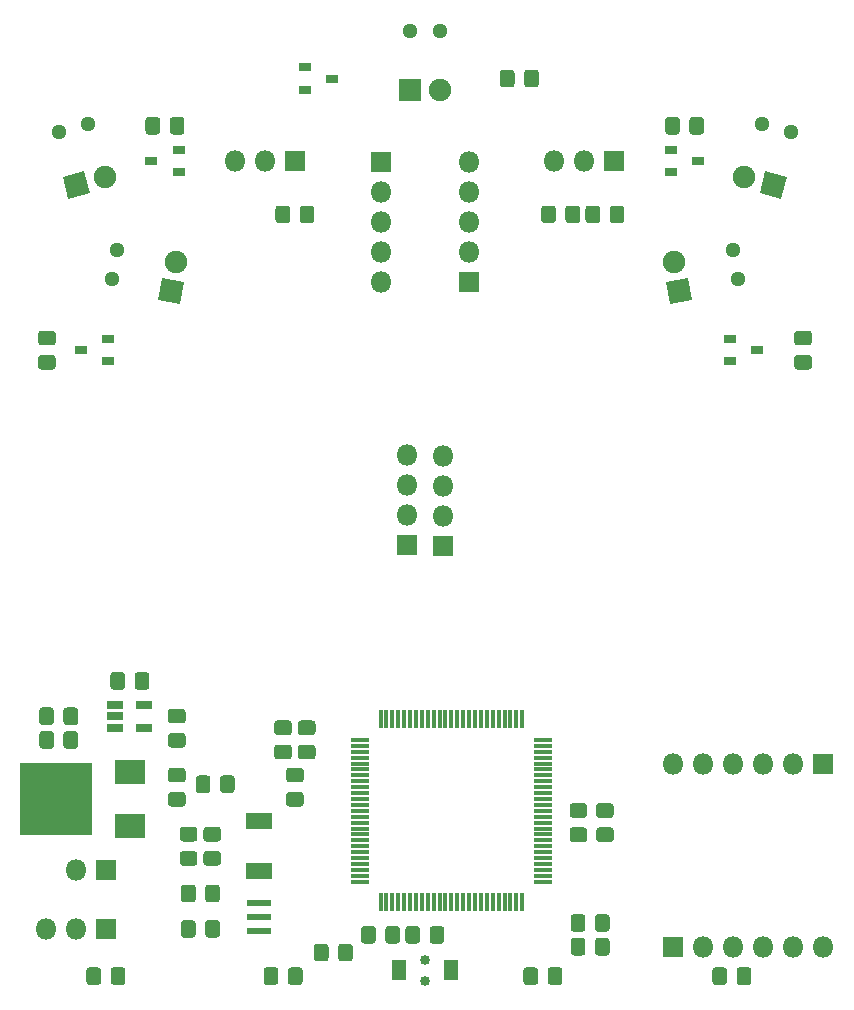
<source format=gbr>
%TF.GenerationSoftware,KiCad,Pcbnew,(5.1.6)-1*%
%TF.CreationDate,2023-05-06T22:04:27+09:00*%
%TF.ProjectId,RX621,52583632-312e-46b6-9963-61645f706362,rev?*%
%TF.SameCoordinates,Original*%
%TF.FileFunction,Soldermask,Top*%
%TF.FilePolarity,Negative*%
%FSLAX46Y46*%
G04 Gerber Fmt 4.6, Leading zero omitted, Abs format (unit mm)*
G04 Created by KiCad (PCBNEW (5.1.6)-1) date 2023-05-06 22:04:27*
%MOMM*%
%LPD*%
G01*
G04 APERTURE LIST*
%ADD10O,1.800000X1.800000*%
%ADD11R,1.800000X1.800000*%
%ADD12R,1.575000X0.400000*%
%ADD13R,0.400000X1.575000*%
%ADD14R,2.600000X2.100000*%
%ADD15R,6.100000X6.100000*%
%ADD16R,1.450000X0.700000*%
%ADD17C,0.100000*%
%ADD18C,1.900000*%
%ADD19R,1.900000X1.900000*%
%ADD20C,1.292000*%
%ADD21C,0.850000*%
%ADD22R,1.150000X1.700000*%
%ADD23R,1.100000X0.700000*%
%ADD24R,2.300000X1.400000*%
%ADD25R,2.000000X0.500000*%
G04 APERTURE END LIST*
D10*
%TO.C,BAT1*%
X176460000Y-148000000D03*
D11*
X179000000Y-148000000D03*
%TD*%
%TO.C,C1*%
G36*
G01*
X198650000Y-155478262D02*
X198650000Y-154521738D01*
G75*
G02*
X198921738Y-154250000I271738J0D01*
G01*
X199628262Y-154250000D01*
G75*
G02*
X199900000Y-154521738I0J-271738D01*
G01*
X199900000Y-155478262D01*
G75*
G02*
X199628262Y-155750000I-271738J0D01*
G01*
X198921738Y-155750000D01*
G75*
G02*
X198650000Y-155478262I0J271738D01*
G01*
G37*
G36*
G01*
X196600000Y-155478262D02*
X196600000Y-154521738D01*
G75*
G02*
X196871738Y-154250000I271738J0D01*
G01*
X197578262Y-154250000D01*
G75*
G02*
X197850000Y-154521738I0J-271738D01*
G01*
X197850000Y-155478262D01*
G75*
G02*
X197578262Y-155750000I-271738J0D01*
G01*
X196871738Y-155750000D01*
G75*
G02*
X196600000Y-155478262I0J271738D01*
G01*
G37*
%TD*%
%TO.C,C2*%
G36*
G01*
X201850000Y-153021738D02*
X201850000Y-153978262D01*
G75*
G02*
X201578262Y-154250000I-271738J0D01*
G01*
X200871738Y-154250000D01*
G75*
G02*
X200600000Y-153978262I0J271738D01*
G01*
X200600000Y-153021738D01*
G75*
G02*
X200871738Y-152750000I271738J0D01*
G01*
X201578262Y-152750000D01*
G75*
G02*
X201850000Y-153021738I0J-271738D01*
G01*
G37*
G36*
G01*
X203900000Y-153021738D02*
X203900000Y-153978262D01*
G75*
G02*
X203628262Y-154250000I-271738J0D01*
G01*
X202921738Y-154250000D01*
G75*
G02*
X202650000Y-153978262I0J271738D01*
G01*
X202650000Y-153021738D01*
G75*
G02*
X202921738Y-152750000I271738J0D01*
G01*
X203628262Y-152750000D01*
G75*
G02*
X203900000Y-153021738I0J-271738D01*
G01*
G37*
%TD*%
%TO.C,C3*%
G36*
G01*
X193521738Y-135350000D02*
X194478262Y-135350000D01*
G75*
G02*
X194750000Y-135621738I0J-271738D01*
G01*
X194750000Y-136328262D01*
G75*
G02*
X194478262Y-136600000I-271738J0D01*
G01*
X193521738Y-136600000D01*
G75*
G02*
X193250000Y-136328262I0J271738D01*
G01*
X193250000Y-135621738D01*
G75*
G02*
X193521738Y-135350000I271738J0D01*
G01*
G37*
G36*
G01*
X193521738Y-137400000D02*
X194478262Y-137400000D01*
G75*
G02*
X194750000Y-137671738I0J-271738D01*
G01*
X194750000Y-138378262D01*
G75*
G02*
X194478262Y-138650000I-271738J0D01*
G01*
X193521738Y-138650000D01*
G75*
G02*
X193250000Y-138378262I0J271738D01*
G01*
X193250000Y-137671738D01*
G75*
G02*
X193521738Y-137400000I271738J0D01*
G01*
G37*
%TD*%
%TO.C,C4*%
G36*
G01*
X179375000Y-132478262D02*
X179375000Y-131521738D01*
G75*
G02*
X179646738Y-131250000I271738J0D01*
G01*
X180353262Y-131250000D01*
G75*
G02*
X180625000Y-131521738I0J-271738D01*
G01*
X180625000Y-132478262D01*
G75*
G02*
X180353262Y-132750000I-271738J0D01*
G01*
X179646738Y-132750000D01*
G75*
G02*
X179375000Y-132478262I0J271738D01*
G01*
G37*
G36*
G01*
X181425000Y-132478262D02*
X181425000Y-131521738D01*
G75*
G02*
X181696738Y-131250000I271738J0D01*
G01*
X182403262Y-131250000D01*
G75*
G02*
X182675000Y-131521738I0J-271738D01*
G01*
X182675000Y-132478262D01*
G75*
G02*
X182403262Y-132750000I-271738J0D01*
G01*
X181696738Y-132750000D01*
G75*
G02*
X181425000Y-132478262I0J271738D01*
G01*
G37*
%TD*%
%TO.C,C5*%
G36*
G01*
X185478262Y-135600000D02*
X184521738Y-135600000D01*
G75*
G02*
X184250000Y-135328262I0J271738D01*
G01*
X184250000Y-134621738D01*
G75*
G02*
X184521738Y-134350000I271738J0D01*
G01*
X185478262Y-134350000D01*
G75*
G02*
X185750000Y-134621738I0J-271738D01*
G01*
X185750000Y-135328262D01*
G75*
G02*
X185478262Y-135600000I-271738J0D01*
G01*
G37*
G36*
G01*
X185478262Y-137650000D02*
X184521738Y-137650000D01*
G75*
G02*
X184250000Y-137378262I0J271738D01*
G01*
X184250000Y-136671738D01*
G75*
G02*
X184521738Y-136400000I271738J0D01*
G01*
X185478262Y-136400000D01*
G75*
G02*
X185750000Y-136671738I0J-271738D01*
G01*
X185750000Y-137378262D01*
G75*
G02*
X185478262Y-137650000I-271738J0D01*
G01*
G37*
%TD*%
%TO.C,C6*%
G36*
G01*
X218521738Y-142350000D02*
X219478262Y-142350000D01*
G75*
G02*
X219750000Y-142621738I0J-271738D01*
G01*
X219750000Y-143328262D01*
G75*
G02*
X219478262Y-143600000I-271738J0D01*
G01*
X218521738Y-143600000D01*
G75*
G02*
X218250000Y-143328262I0J271738D01*
G01*
X218250000Y-142621738D01*
G75*
G02*
X218521738Y-142350000I271738J0D01*
G01*
G37*
G36*
G01*
X218521738Y-144400000D02*
X219478262Y-144400000D01*
G75*
G02*
X219750000Y-144671738I0J-271738D01*
G01*
X219750000Y-145378262D01*
G75*
G02*
X219478262Y-145650000I-271738J0D01*
G01*
X218521738Y-145650000D01*
G75*
G02*
X218250000Y-145378262I0J271738D01*
G01*
X218250000Y-144671738D01*
G75*
G02*
X218521738Y-144400000I271738J0D01*
G01*
G37*
%TD*%
%TO.C,C7*%
G36*
G01*
X186600000Y-141228262D02*
X186600000Y-140271738D01*
G75*
G02*
X186871738Y-140000000I271738J0D01*
G01*
X187578262Y-140000000D01*
G75*
G02*
X187850000Y-140271738I0J-271738D01*
G01*
X187850000Y-141228262D01*
G75*
G02*
X187578262Y-141500000I-271738J0D01*
G01*
X186871738Y-141500000D01*
G75*
G02*
X186600000Y-141228262I0J271738D01*
G01*
G37*
G36*
G01*
X188650000Y-141228262D02*
X188650000Y-140271738D01*
G75*
G02*
X188921738Y-140000000I271738J0D01*
G01*
X189628262Y-140000000D01*
G75*
G02*
X189900000Y-140271738I0J-271738D01*
G01*
X189900000Y-141228262D01*
G75*
G02*
X189628262Y-141500000I-271738J0D01*
G01*
X188921738Y-141500000D01*
G75*
G02*
X188650000Y-141228262I0J271738D01*
G01*
G37*
%TD*%
%TO.C,C8*%
G36*
G01*
X220771738Y-144400000D02*
X221728262Y-144400000D01*
G75*
G02*
X222000000Y-144671738I0J-271738D01*
G01*
X222000000Y-145378262D01*
G75*
G02*
X221728262Y-145650000I-271738J0D01*
G01*
X220771738Y-145650000D01*
G75*
G02*
X220500000Y-145378262I0J271738D01*
G01*
X220500000Y-144671738D01*
G75*
G02*
X220771738Y-144400000I271738J0D01*
G01*
G37*
G36*
G01*
X220771738Y-142350000D02*
X221728262Y-142350000D01*
G75*
G02*
X222000000Y-142621738I0J-271738D01*
G01*
X222000000Y-143328262D01*
G75*
G02*
X221728262Y-143600000I-271738J0D01*
G01*
X220771738Y-143600000D01*
G75*
G02*
X220500000Y-143328262I0J271738D01*
G01*
X220500000Y-142621738D01*
G75*
G02*
X220771738Y-142350000I271738J0D01*
G01*
G37*
%TD*%
%TO.C,C9*%
G36*
G01*
X185521738Y-146400000D02*
X186478262Y-146400000D01*
G75*
G02*
X186750000Y-146671738I0J-271738D01*
G01*
X186750000Y-147378262D01*
G75*
G02*
X186478262Y-147650000I-271738J0D01*
G01*
X185521738Y-147650000D01*
G75*
G02*
X185250000Y-147378262I0J271738D01*
G01*
X185250000Y-146671738D01*
G75*
G02*
X185521738Y-146400000I271738J0D01*
G01*
G37*
G36*
G01*
X185521738Y-144350000D02*
X186478262Y-144350000D01*
G75*
G02*
X186750000Y-144621738I0J-271738D01*
G01*
X186750000Y-145328262D01*
G75*
G02*
X186478262Y-145600000I-271738J0D01*
G01*
X185521738Y-145600000D01*
G75*
G02*
X185250000Y-145328262I0J271738D01*
G01*
X185250000Y-144621738D01*
G75*
G02*
X185521738Y-144350000I271738J0D01*
G01*
G37*
%TD*%
%TO.C,C10*%
G36*
G01*
X187521738Y-144350000D02*
X188478262Y-144350000D01*
G75*
G02*
X188750000Y-144621738I0J-271738D01*
G01*
X188750000Y-145328262D01*
G75*
G02*
X188478262Y-145600000I-271738J0D01*
G01*
X187521738Y-145600000D01*
G75*
G02*
X187250000Y-145328262I0J271738D01*
G01*
X187250000Y-144621738D01*
G75*
G02*
X187521738Y-144350000I271738J0D01*
G01*
G37*
G36*
G01*
X187521738Y-146400000D02*
X188478262Y-146400000D01*
G75*
G02*
X188750000Y-146671738I0J-271738D01*
G01*
X188750000Y-147378262D01*
G75*
G02*
X188478262Y-147650000I-271738J0D01*
G01*
X187521738Y-147650000D01*
G75*
G02*
X187250000Y-147378262I0J271738D01*
G01*
X187250000Y-146671738D01*
G75*
G02*
X187521738Y-146400000I271738J0D01*
G01*
G37*
%TD*%
%TO.C,C11*%
G36*
G01*
X184521738Y-139350000D02*
X185478262Y-139350000D01*
G75*
G02*
X185750000Y-139621738I0J-271738D01*
G01*
X185750000Y-140328262D01*
G75*
G02*
X185478262Y-140600000I-271738J0D01*
G01*
X184521738Y-140600000D01*
G75*
G02*
X184250000Y-140328262I0J271738D01*
G01*
X184250000Y-139621738D01*
G75*
G02*
X184521738Y-139350000I271738J0D01*
G01*
G37*
G36*
G01*
X184521738Y-141400000D02*
X185478262Y-141400000D01*
G75*
G02*
X185750000Y-141671738I0J-271738D01*
G01*
X185750000Y-142378262D01*
G75*
G02*
X185478262Y-142650000I-271738J0D01*
G01*
X184521738Y-142650000D01*
G75*
G02*
X184250000Y-142378262I0J271738D01*
G01*
X184250000Y-141671738D01*
G75*
G02*
X184521738Y-141400000I271738J0D01*
G01*
G37*
%TD*%
%TO.C,C12*%
G36*
G01*
X175400000Y-137478262D02*
X175400000Y-136521738D01*
G75*
G02*
X175671738Y-136250000I271738J0D01*
G01*
X176378262Y-136250000D01*
G75*
G02*
X176650000Y-136521738I0J-271738D01*
G01*
X176650000Y-137478262D01*
G75*
G02*
X176378262Y-137750000I-271738J0D01*
G01*
X175671738Y-137750000D01*
G75*
G02*
X175400000Y-137478262I0J271738D01*
G01*
G37*
G36*
G01*
X173350000Y-137478262D02*
X173350000Y-136521738D01*
G75*
G02*
X173621738Y-136250000I271738J0D01*
G01*
X174328262Y-136250000D01*
G75*
G02*
X174600000Y-136521738I0J-271738D01*
G01*
X174600000Y-137478262D01*
G75*
G02*
X174328262Y-137750000I-271738J0D01*
G01*
X173621738Y-137750000D01*
G75*
G02*
X173350000Y-137478262I0J271738D01*
G01*
G37*
%TD*%
%TO.C,C13*%
G36*
G01*
X173350000Y-135478262D02*
X173350000Y-134521738D01*
G75*
G02*
X173621738Y-134250000I271738J0D01*
G01*
X174328262Y-134250000D01*
G75*
G02*
X174600000Y-134521738I0J-271738D01*
G01*
X174600000Y-135478262D01*
G75*
G02*
X174328262Y-135750000I-271738J0D01*
G01*
X173621738Y-135750000D01*
G75*
G02*
X173350000Y-135478262I0J271738D01*
G01*
G37*
G36*
G01*
X175400000Y-135478262D02*
X175400000Y-134521738D01*
G75*
G02*
X175671738Y-134250000I271738J0D01*
G01*
X176378262Y-134250000D01*
G75*
G02*
X176650000Y-134521738I0J-271738D01*
G01*
X176650000Y-135478262D01*
G75*
G02*
X176378262Y-135750000I-271738J0D01*
G01*
X175671738Y-135750000D01*
G75*
G02*
X175400000Y-135478262I0J271738D01*
G01*
G37*
%TD*%
%TO.C,CN1*%
X222000000Y-88000000D03*
D10*
X219460000Y-88000000D03*
X216920000Y-88000000D03*
%TD*%
%TO.C,ENC_L1*%
X204500000Y-112880000D03*
X204500000Y-115420000D03*
X204500000Y-117960000D03*
D11*
X204500000Y-120500000D03*
%TD*%
%TO.C,ENC_R1*%
X207500000Y-120540000D03*
D10*
X207500000Y-118000000D03*
X207500000Y-115460000D03*
X207500000Y-112920000D03*
%TD*%
%TO.C,G1*%
X202250000Y-98260000D03*
X202250000Y-95720000D03*
X202250000Y-93180000D03*
X202250000Y-90640000D03*
D11*
X202250000Y-88100000D03*
%TD*%
%TO.C,G2*%
X209750000Y-98250000D03*
D10*
X209750000Y-95710000D03*
X209750000Y-93170000D03*
X209750000Y-90630000D03*
X209750000Y-88090000D03*
%TD*%
D12*
%TO.C,IC1*%
X200512000Y-137000000D03*
X200512000Y-137500000D03*
X200512000Y-138000000D03*
X200512000Y-138500000D03*
X200512000Y-139000000D03*
X200512000Y-139500000D03*
X200512000Y-140000000D03*
X200512000Y-140500000D03*
X200512000Y-141000000D03*
X200512000Y-141500000D03*
X200512000Y-142000000D03*
X200512000Y-142500000D03*
X200512000Y-143000000D03*
X200512000Y-143500000D03*
X200512000Y-144000000D03*
X200512000Y-144500000D03*
X200512000Y-145000000D03*
X200512000Y-145500000D03*
X200512000Y-146000000D03*
X200512000Y-146500000D03*
X200512000Y-147000000D03*
X200512000Y-147500000D03*
X200512000Y-148000000D03*
X200512000Y-148500000D03*
X200512000Y-149000000D03*
D13*
X202250000Y-150738000D03*
X202750000Y-150738000D03*
X203250000Y-150738000D03*
X203750000Y-150738000D03*
X204250000Y-150738000D03*
X204750000Y-150738000D03*
X205250000Y-150738000D03*
X205750000Y-150738000D03*
X206250000Y-150738000D03*
X206750000Y-150738000D03*
X207250000Y-150738000D03*
X207750000Y-150738000D03*
X208250000Y-150738000D03*
X208750000Y-150738000D03*
X209250000Y-150738000D03*
X209750000Y-150738000D03*
X210250000Y-150738000D03*
X210750000Y-150738000D03*
X211250000Y-150738000D03*
X211750000Y-150738000D03*
X212250000Y-150738000D03*
X212750000Y-150738000D03*
X213250000Y-150738000D03*
X213750000Y-150738000D03*
X214250000Y-150738000D03*
D12*
X215988000Y-149000000D03*
X215988000Y-148500000D03*
X215988000Y-148000000D03*
X215988000Y-147500000D03*
X215988000Y-147000000D03*
X215988000Y-146500000D03*
X215988000Y-146000000D03*
X215988000Y-145500000D03*
X215988000Y-145000000D03*
X215988000Y-144500000D03*
X215988000Y-144000000D03*
X215988000Y-143500000D03*
X215988000Y-143000000D03*
X215988000Y-142500000D03*
X215988000Y-142000000D03*
X215988000Y-141500000D03*
X215988000Y-141000000D03*
X215988000Y-140500000D03*
X215988000Y-140000000D03*
X215988000Y-139500000D03*
X215988000Y-139000000D03*
X215988000Y-138500000D03*
X215988000Y-138000000D03*
X215988000Y-137500000D03*
X215988000Y-137000000D03*
D13*
X214250000Y-135262000D03*
X213750000Y-135262000D03*
X213250000Y-135262000D03*
X212750000Y-135262000D03*
X212250000Y-135262000D03*
X211750000Y-135262000D03*
X211250000Y-135262000D03*
X210750000Y-135262000D03*
X210250000Y-135262000D03*
X209750000Y-135262000D03*
X209250000Y-135262000D03*
X208750000Y-135262000D03*
X208250000Y-135262000D03*
X207750000Y-135262000D03*
X207250000Y-135262000D03*
X206750000Y-135262000D03*
X206250000Y-135262000D03*
X205750000Y-135262000D03*
X205250000Y-135262000D03*
X204750000Y-135262000D03*
X204250000Y-135262000D03*
X203750000Y-135262000D03*
X203250000Y-135262000D03*
X202750000Y-135262000D03*
X202250000Y-135262000D03*
%TD*%
D14*
%TO.C,IC2*%
X181055000Y-144300000D03*
D15*
X174805000Y-142000000D03*
D14*
X181055000Y-139700000D03*
%TD*%
D16*
%TO.C,IC3*%
X179800000Y-134050000D03*
X179800000Y-135000000D03*
X179800000Y-135950000D03*
X182200000Y-135950000D03*
X182200000Y-134050000D03*
%TD*%
D17*
%TO.C,IR0*%
G36*
X185270602Y-100100533D02*
G01*
X183399467Y-99770602D01*
X183729398Y-97899467D01*
X185600533Y-98229398D01*
X185270602Y-100100533D01*
G37*
D18*
X184941066Y-96498588D03*
%TD*%
D17*
%TO.C,IR1*%
G36*
X175828249Y-91163508D02*
G01*
X175336492Y-89328249D01*
X177171751Y-88836492D01*
X177663508Y-90671751D01*
X175828249Y-91163508D01*
G37*
D18*
X178953452Y-89342600D03*
%TD*%
%TO.C,IR2*%
X207290000Y-82000000D03*
D19*
X204750000Y-82000000D03*
%TD*%
D17*
%TO.C,IR3*%
G36*
X236663508Y-89328249D02*
G01*
X236171751Y-91163508D01*
X234336492Y-90671751D01*
X234828249Y-88836492D01*
X236663508Y-89328249D01*
G37*
D18*
X233046548Y-89342600D03*
%TD*%
%TO.C,IR4*%
X227058934Y-96498588D03*
D17*
G36*
X228600533Y-99770602D02*
G01*
X226729398Y-100100533D01*
X226399467Y-98229398D01*
X228270602Y-97899467D01*
X228600533Y-99770602D01*
G37*
%TD*%
%TO.C,L1*%
G36*
G01*
X230350000Y-157478262D02*
X230350000Y-156521738D01*
G75*
G02*
X230621738Y-156250000I271738J0D01*
G01*
X231328262Y-156250000D01*
G75*
G02*
X231600000Y-156521738I0J-271738D01*
G01*
X231600000Y-157478262D01*
G75*
G02*
X231328262Y-157750000I-271738J0D01*
G01*
X230621738Y-157750000D01*
G75*
G02*
X230350000Y-157478262I0J271738D01*
G01*
G37*
G36*
G01*
X232400000Y-157478262D02*
X232400000Y-156521738D01*
G75*
G02*
X232671738Y-156250000I271738J0D01*
G01*
X233378262Y-156250000D01*
G75*
G02*
X233650000Y-156521738I0J-271738D01*
G01*
X233650000Y-157478262D01*
G75*
G02*
X233378262Y-157750000I-271738J0D01*
G01*
X232671738Y-157750000D01*
G75*
G02*
X232400000Y-157478262I0J271738D01*
G01*
G37*
%TD*%
%TO.C,L2*%
G36*
G01*
X216400000Y-157478262D02*
X216400000Y-156521738D01*
G75*
G02*
X216671738Y-156250000I271738J0D01*
G01*
X217378262Y-156250000D01*
G75*
G02*
X217650000Y-156521738I0J-271738D01*
G01*
X217650000Y-157478262D01*
G75*
G02*
X217378262Y-157750000I-271738J0D01*
G01*
X216671738Y-157750000D01*
G75*
G02*
X216400000Y-157478262I0J271738D01*
G01*
G37*
G36*
G01*
X214350000Y-157478262D02*
X214350000Y-156521738D01*
G75*
G02*
X214621738Y-156250000I271738J0D01*
G01*
X215328262Y-156250000D01*
G75*
G02*
X215600000Y-156521738I0J-271738D01*
G01*
X215600000Y-157478262D01*
G75*
G02*
X215328262Y-157750000I-271738J0D01*
G01*
X214621738Y-157750000D01*
G75*
G02*
X214350000Y-157478262I0J271738D01*
G01*
G37*
%TD*%
%TO.C,L3*%
G36*
G01*
X192350000Y-157478262D02*
X192350000Y-156521738D01*
G75*
G02*
X192621738Y-156250000I271738J0D01*
G01*
X193328262Y-156250000D01*
G75*
G02*
X193600000Y-156521738I0J-271738D01*
G01*
X193600000Y-157478262D01*
G75*
G02*
X193328262Y-157750000I-271738J0D01*
G01*
X192621738Y-157750000D01*
G75*
G02*
X192350000Y-157478262I0J271738D01*
G01*
G37*
G36*
G01*
X194400000Y-157478262D02*
X194400000Y-156521738D01*
G75*
G02*
X194671738Y-156250000I271738J0D01*
G01*
X195378262Y-156250000D01*
G75*
G02*
X195650000Y-156521738I0J-271738D01*
G01*
X195650000Y-157478262D01*
G75*
G02*
X195378262Y-157750000I-271738J0D01*
G01*
X194671738Y-157750000D01*
G75*
G02*
X194400000Y-157478262I0J271738D01*
G01*
G37*
%TD*%
%TO.C,L4*%
G36*
G01*
X179400000Y-157478262D02*
X179400000Y-156521738D01*
G75*
G02*
X179671738Y-156250000I271738J0D01*
G01*
X180378262Y-156250000D01*
G75*
G02*
X180650000Y-156521738I0J-271738D01*
G01*
X180650000Y-157478262D01*
G75*
G02*
X180378262Y-157750000I-271738J0D01*
G01*
X179671738Y-157750000D01*
G75*
G02*
X179400000Y-157478262I0J271738D01*
G01*
G37*
G36*
G01*
X177350000Y-157478262D02*
X177350000Y-156521738D01*
G75*
G02*
X177621738Y-156250000I271738J0D01*
G01*
X178328262Y-156250000D01*
G75*
G02*
X178600000Y-156521738I0J-271738D01*
G01*
X178600000Y-157478262D01*
G75*
G02*
X178328262Y-157750000I-271738J0D01*
G01*
X177621738Y-157750000D01*
G75*
G02*
X177350000Y-157478262I0J271738D01*
G01*
G37*
%TD*%
D10*
%TO.C,MD1*%
X227050000Y-139000000D03*
X229590000Y-139000000D03*
X232130000Y-139000000D03*
X234670000Y-139000000D03*
X237210000Y-139000000D03*
D11*
X239750000Y-139000000D03*
%TD*%
%TO.C,MD2*%
X227000000Y-154500000D03*
D10*
X229540000Y-154500000D03*
X232080000Y-154500000D03*
X234620000Y-154500000D03*
X237160000Y-154500000D03*
X239700000Y-154500000D03*
%TD*%
%TO.C,R1*%
G36*
G01*
X221650000Y-92978262D02*
X221650000Y-92021738D01*
G75*
G02*
X221921738Y-91750000I271738J0D01*
G01*
X222628262Y-91750000D01*
G75*
G02*
X222900000Y-92021738I0J-271738D01*
G01*
X222900000Y-92978262D01*
G75*
G02*
X222628262Y-93250000I-271738J0D01*
G01*
X221921738Y-93250000D01*
G75*
G02*
X221650000Y-92978262I0J271738D01*
G01*
G37*
G36*
G01*
X219600000Y-92978262D02*
X219600000Y-92021738D01*
G75*
G02*
X219871738Y-91750000I271738J0D01*
G01*
X220578262Y-91750000D01*
G75*
G02*
X220850000Y-92021738I0J-271738D01*
G01*
X220850000Y-92978262D01*
G75*
G02*
X220578262Y-93250000I-271738J0D01*
G01*
X219871738Y-93250000D01*
G75*
G02*
X219600000Y-92978262I0J271738D01*
G01*
G37*
%TD*%
%TO.C,R2*%
G36*
G01*
X217100000Y-92021738D02*
X217100000Y-92978262D01*
G75*
G02*
X216828262Y-93250000I-271738J0D01*
G01*
X216121738Y-93250000D01*
G75*
G02*
X215850000Y-92978262I0J271738D01*
G01*
X215850000Y-92021738D01*
G75*
G02*
X216121738Y-91750000I271738J0D01*
G01*
X216828262Y-91750000D01*
G75*
G02*
X217100000Y-92021738I0J-271738D01*
G01*
G37*
G36*
G01*
X219150000Y-92021738D02*
X219150000Y-92978262D01*
G75*
G02*
X218878262Y-93250000I-271738J0D01*
G01*
X218171738Y-93250000D01*
G75*
G02*
X217900000Y-92978262I0J271738D01*
G01*
X217900000Y-92021738D01*
G75*
G02*
X218171738Y-91750000I271738J0D01*
G01*
X218878262Y-91750000D01*
G75*
G02*
X219150000Y-92021738I0J-271738D01*
G01*
G37*
%TD*%
%TO.C,R3*%
G36*
G01*
X196478262Y-138650000D02*
X195521738Y-138650000D01*
G75*
G02*
X195250000Y-138378262I0J271738D01*
G01*
X195250000Y-137671738D01*
G75*
G02*
X195521738Y-137400000I271738J0D01*
G01*
X196478262Y-137400000D01*
G75*
G02*
X196750000Y-137671738I0J-271738D01*
G01*
X196750000Y-138378262D01*
G75*
G02*
X196478262Y-138650000I-271738J0D01*
G01*
G37*
G36*
G01*
X196478262Y-136600000D02*
X195521738Y-136600000D01*
G75*
G02*
X195250000Y-136328262I0J271738D01*
G01*
X195250000Y-135621738D01*
G75*
G02*
X195521738Y-135350000I271738J0D01*
G01*
X196478262Y-135350000D01*
G75*
G02*
X196750000Y-135621738I0J-271738D01*
G01*
X196750000Y-136328262D01*
G75*
G02*
X196478262Y-136600000I-271738J0D01*
G01*
G37*
%TD*%
%TO.C,R4*%
G36*
G01*
X194521738Y-139350000D02*
X195478262Y-139350000D01*
G75*
G02*
X195750000Y-139621738I0J-271738D01*
G01*
X195750000Y-140328262D01*
G75*
G02*
X195478262Y-140600000I-271738J0D01*
G01*
X194521738Y-140600000D01*
G75*
G02*
X194250000Y-140328262I0J271738D01*
G01*
X194250000Y-139621738D01*
G75*
G02*
X194521738Y-139350000I271738J0D01*
G01*
G37*
G36*
G01*
X194521738Y-141400000D02*
X195478262Y-141400000D01*
G75*
G02*
X195750000Y-141671738I0J-271738D01*
G01*
X195750000Y-142378262D01*
G75*
G02*
X195478262Y-142650000I-271738J0D01*
G01*
X194521738Y-142650000D01*
G75*
G02*
X194250000Y-142378262I0J271738D01*
G01*
X194250000Y-141671738D01*
G75*
G02*
X194521738Y-141400000I271738J0D01*
G01*
G37*
%TD*%
%TO.C,R5*%
G36*
G01*
X195400000Y-92978262D02*
X195400000Y-92021738D01*
G75*
G02*
X195671738Y-91750000I271738J0D01*
G01*
X196378262Y-91750000D01*
G75*
G02*
X196650000Y-92021738I0J-271738D01*
G01*
X196650000Y-92978262D01*
G75*
G02*
X196378262Y-93250000I-271738J0D01*
G01*
X195671738Y-93250000D01*
G75*
G02*
X195400000Y-92978262I0J271738D01*
G01*
G37*
G36*
G01*
X193350000Y-92978262D02*
X193350000Y-92021738D01*
G75*
G02*
X193621738Y-91750000I271738J0D01*
G01*
X194328262Y-91750000D01*
G75*
G02*
X194600000Y-92021738I0J-271738D01*
G01*
X194600000Y-92978262D01*
G75*
G02*
X194328262Y-93250000I-271738J0D01*
G01*
X193621738Y-93250000D01*
G75*
G02*
X193350000Y-92978262I0J271738D01*
G01*
G37*
%TD*%
%TO.C,R6*%
G36*
G01*
X204350000Y-153978262D02*
X204350000Y-153021738D01*
G75*
G02*
X204621738Y-152750000I271738J0D01*
G01*
X205328262Y-152750000D01*
G75*
G02*
X205600000Y-153021738I0J-271738D01*
G01*
X205600000Y-153978262D01*
G75*
G02*
X205328262Y-154250000I-271738J0D01*
G01*
X204621738Y-154250000D01*
G75*
G02*
X204350000Y-153978262I0J271738D01*
G01*
G37*
G36*
G01*
X206400000Y-153978262D02*
X206400000Y-153021738D01*
G75*
G02*
X206671738Y-152750000I271738J0D01*
G01*
X207378262Y-152750000D01*
G75*
G02*
X207650000Y-153021738I0J-271738D01*
G01*
X207650000Y-153978262D01*
G75*
G02*
X207378262Y-154250000I-271738J0D01*
G01*
X206671738Y-154250000D01*
G75*
G02*
X206400000Y-153978262I0J271738D01*
G01*
G37*
%TD*%
%TO.C,R7*%
G36*
G01*
X218350000Y-152978262D02*
X218350000Y-152021738D01*
G75*
G02*
X218621738Y-151750000I271738J0D01*
G01*
X219328262Y-151750000D01*
G75*
G02*
X219600000Y-152021738I0J-271738D01*
G01*
X219600000Y-152978262D01*
G75*
G02*
X219328262Y-153250000I-271738J0D01*
G01*
X218621738Y-153250000D01*
G75*
G02*
X218350000Y-152978262I0J271738D01*
G01*
G37*
G36*
G01*
X220400000Y-152978262D02*
X220400000Y-152021738D01*
G75*
G02*
X220671738Y-151750000I271738J0D01*
G01*
X221378262Y-151750000D01*
G75*
G02*
X221650000Y-152021738I0J-271738D01*
G01*
X221650000Y-152978262D01*
G75*
G02*
X221378262Y-153250000I-271738J0D01*
G01*
X220671738Y-153250000D01*
G75*
G02*
X220400000Y-152978262I0J271738D01*
G01*
G37*
%TD*%
%TO.C,R8*%
G36*
G01*
X220400000Y-154978262D02*
X220400000Y-154021738D01*
G75*
G02*
X220671738Y-153750000I271738J0D01*
G01*
X221378262Y-153750000D01*
G75*
G02*
X221650000Y-154021738I0J-271738D01*
G01*
X221650000Y-154978262D01*
G75*
G02*
X221378262Y-155250000I-271738J0D01*
G01*
X220671738Y-155250000D01*
G75*
G02*
X220400000Y-154978262I0J271738D01*
G01*
G37*
G36*
G01*
X218350000Y-154978262D02*
X218350000Y-154021738D01*
G75*
G02*
X218621738Y-153750000I271738J0D01*
G01*
X219328262Y-153750000D01*
G75*
G02*
X219600000Y-154021738I0J-271738D01*
G01*
X219600000Y-154978262D01*
G75*
G02*
X219328262Y-155250000I-271738J0D01*
G01*
X218621738Y-155250000D01*
G75*
G02*
X218350000Y-154978262I0J271738D01*
G01*
G37*
%TD*%
%TO.C,R9*%
G36*
G01*
X185350000Y-153478262D02*
X185350000Y-152521738D01*
G75*
G02*
X185621738Y-152250000I271738J0D01*
G01*
X186328262Y-152250000D01*
G75*
G02*
X186600000Y-152521738I0J-271738D01*
G01*
X186600000Y-153478262D01*
G75*
G02*
X186328262Y-153750000I-271738J0D01*
G01*
X185621738Y-153750000D01*
G75*
G02*
X185350000Y-153478262I0J271738D01*
G01*
G37*
G36*
G01*
X187400000Y-153478262D02*
X187400000Y-152521738D01*
G75*
G02*
X187671738Y-152250000I271738J0D01*
G01*
X188378262Y-152250000D01*
G75*
G02*
X188650000Y-152521738I0J-271738D01*
G01*
X188650000Y-153478262D01*
G75*
G02*
X188378262Y-153750000I-271738J0D01*
G01*
X187671738Y-153750000D01*
G75*
G02*
X187400000Y-153478262I0J271738D01*
G01*
G37*
%TD*%
%TO.C,R10*%
G36*
G01*
X187400000Y-150478262D02*
X187400000Y-149521738D01*
G75*
G02*
X187671738Y-149250000I271738J0D01*
G01*
X188378262Y-149250000D01*
G75*
G02*
X188650000Y-149521738I0J-271738D01*
G01*
X188650000Y-150478262D01*
G75*
G02*
X188378262Y-150750000I-271738J0D01*
G01*
X187671738Y-150750000D01*
G75*
G02*
X187400000Y-150478262I0J271738D01*
G01*
G37*
G36*
G01*
X185350000Y-150478262D02*
X185350000Y-149521738D01*
G75*
G02*
X185621738Y-149250000I271738J0D01*
G01*
X186328262Y-149250000D01*
G75*
G02*
X186600000Y-149521738I0J-271738D01*
G01*
X186600000Y-150478262D01*
G75*
G02*
X186328262Y-150750000I-271738J0D01*
G01*
X185621738Y-150750000D01*
G75*
G02*
X185350000Y-150478262I0J271738D01*
G01*
G37*
%TD*%
%TO.C,R11*%
G36*
G01*
X174478262Y-105650000D02*
X173521738Y-105650000D01*
G75*
G02*
X173250000Y-105378262I0J271738D01*
G01*
X173250000Y-104671738D01*
G75*
G02*
X173521738Y-104400000I271738J0D01*
G01*
X174478262Y-104400000D01*
G75*
G02*
X174750000Y-104671738I0J-271738D01*
G01*
X174750000Y-105378262D01*
G75*
G02*
X174478262Y-105650000I-271738J0D01*
G01*
G37*
G36*
G01*
X174478262Y-103600000D02*
X173521738Y-103600000D01*
G75*
G02*
X173250000Y-103328262I0J271738D01*
G01*
X173250000Y-102621738D01*
G75*
G02*
X173521738Y-102350000I271738J0D01*
G01*
X174478262Y-102350000D01*
G75*
G02*
X174750000Y-102621738I0J-271738D01*
G01*
X174750000Y-103328262D01*
G75*
G02*
X174478262Y-103600000I-271738J0D01*
G01*
G37*
%TD*%
%TO.C,R12*%
G36*
G01*
X184400000Y-85478262D02*
X184400000Y-84521738D01*
G75*
G02*
X184671738Y-84250000I271738J0D01*
G01*
X185378262Y-84250000D01*
G75*
G02*
X185650000Y-84521738I0J-271738D01*
G01*
X185650000Y-85478262D01*
G75*
G02*
X185378262Y-85750000I-271738J0D01*
G01*
X184671738Y-85750000D01*
G75*
G02*
X184400000Y-85478262I0J271738D01*
G01*
G37*
G36*
G01*
X182350000Y-85478262D02*
X182350000Y-84521738D01*
G75*
G02*
X182621738Y-84250000I271738J0D01*
G01*
X183328262Y-84250000D01*
G75*
G02*
X183600000Y-84521738I0J-271738D01*
G01*
X183600000Y-85478262D01*
G75*
G02*
X183328262Y-85750000I-271738J0D01*
G01*
X182621738Y-85750000D01*
G75*
G02*
X182350000Y-85478262I0J271738D01*
G01*
G37*
%TD*%
%TO.C,R13*%
G36*
G01*
X212350000Y-81478262D02*
X212350000Y-80521738D01*
G75*
G02*
X212621738Y-80250000I271738J0D01*
G01*
X213328262Y-80250000D01*
G75*
G02*
X213600000Y-80521738I0J-271738D01*
G01*
X213600000Y-81478262D01*
G75*
G02*
X213328262Y-81750000I-271738J0D01*
G01*
X212621738Y-81750000D01*
G75*
G02*
X212350000Y-81478262I0J271738D01*
G01*
G37*
G36*
G01*
X214400000Y-81478262D02*
X214400000Y-80521738D01*
G75*
G02*
X214671738Y-80250000I271738J0D01*
G01*
X215378262Y-80250000D01*
G75*
G02*
X215650000Y-80521738I0J-271738D01*
G01*
X215650000Y-81478262D01*
G75*
G02*
X215378262Y-81750000I-271738J0D01*
G01*
X214671738Y-81750000D01*
G75*
G02*
X214400000Y-81478262I0J271738D01*
G01*
G37*
%TD*%
%TO.C,R14*%
G36*
G01*
X229650000Y-84521738D02*
X229650000Y-85478262D01*
G75*
G02*
X229378262Y-85750000I-271738J0D01*
G01*
X228671738Y-85750000D01*
G75*
G02*
X228400000Y-85478262I0J271738D01*
G01*
X228400000Y-84521738D01*
G75*
G02*
X228671738Y-84250000I271738J0D01*
G01*
X229378262Y-84250000D01*
G75*
G02*
X229650000Y-84521738I0J-271738D01*
G01*
G37*
G36*
G01*
X227600000Y-84521738D02*
X227600000Y-85478262D01*
G75*
G02*
X227328262Y-85750000I-271738J0D01*
G01*
X226621738Y-85750000D01*
G75*
G02*
X226350000Y-85478262I0J271738D01*
G01*
X226350000Y-84521738D01*
G75*
G02*
X226621738Y-84250000I271738J0D01*
G01*
X227328262Y-84250000D01*
G75*
G02*
X227600000Y-84521738I0J-271738D01*
G01*
G37*
%TD*%
%TO.C,R15*%
G36*
G01*
X237546738Y-104400000D02*
X238503262Y-104400000D01*
G75*
G02*
X238775000Y-104671738I0J-271738D01*
G01*
X238775000Y-105378262D01*
G75*
G02*
X238503262Y-105650000I-271738J0D01*
G01*
X237546738Y-105650000D01*
G75*
G02*
X237275000Y-105378262I0J271738D01*
G01*
X237275000Y-104671738D01*
G75*
G02*
X237546738Y-104400000I271738J0D01*
G01*
G37*
G36*
G01*
X237546738Y-102350000D02*
X238503262Y-102350000D01*
G75*
G02*
X238775000Y-102621738I0J-271738D01*
G01*
X238775000Y-103328262D01*
G75*
G02*
X238503262Y-103600000I-271738J0D01*
G01*
X237546738Y-103600000D01*
G75*
G02*
X237275000Y-103328262I0J271738D01*
G01*
X237275000Y-102621738D01*
G75*
G02*
X237546738Y-102350000I271738J0D01*
G01*
G37*
%TD*%
D20*
%TO.C,S0*%
X179500000Y-98000000D03*
X179941066Y-95498588D03*
%TD*%
%TO.C,S1*%
X177453452Y-84842600D03*
X175000000Y-85500000D03*
%TD*%
%TO.C,S2*%
X204750000Y-77000000D03*
X207290000Y-77000000D03*
%TD*%
%TO.C,S3*%
X234546548Y-84842600D03*
X237000000Y-85500000D03*
%TD*%
%TO.C,S4*%
X232500000Y-98000000D03*
X232058934Y-95498588D03*
%TD*%
D11*
%TO.C,SW1*%
X195000000Y-88000000D03*
D10*
X192460000Y-88000000D03*
X189920000Y-88000000D03*
%TD*%
D21*
%TO.C,SW3*%
X206000000Y-157400000D03*
X206000000Y-155600000D03*
D22*
X208225000Y-156500000D03*
X203775000Y-156500000D03*
%TD*%
D10*
%TO.C,SW4*%
X173920000Y-153000000D03*
X176460000Y-153000000D03*
D11*
X179000000Y-153000000D03*
%TD*%
D23*
%TO.C,TR0*%
X179150000Y-104950000D03*
X179150000Y-103050000D03*
X176850000Y-104000000D03*
%TD*%
%TO.C,TR1*%
X182850000Y-88000000D03*
X185150000Y-87050000D03*
X185150000Y-88950000D03*
%TD*%
%TO.C,TR2*%
X195850000Y-80050000D03*
X195850000Y-81950000D03*
X198150000Y-81000000D03*
%TD*%
%TO.C,TR3*%
X229150000Y-88000000D03*
X226850000Y-88950000D03*
X226850000Y-87050000D03*
%TD*%
%TO.C,TR4*%
X231850000Y-103050000D03*
X231850000Y-104950000D03*
X234150000Y-104000000D03*
%TD*%
D24*
%TO.C,X1*%
X192000000Y-143900000D03*
X192000000Y-148100000D03*
%TD*%
D25*
%TO.C,X2*%
X192000000Y-150800000D03*
X192000000Y-152000000D03*
X192000000Y-153200000D03*
%TD*%
M02*

</source>
